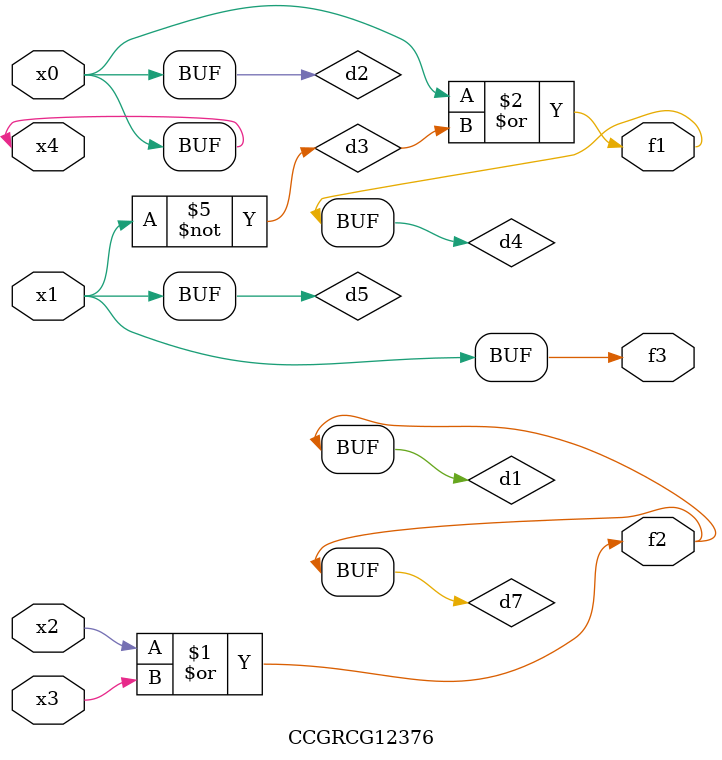
<source format=v>
module CCGRCG12376(
	input x0, x1, x2, x3, x4,
	output f1, f2, f3
);

	wire d1, d2, d3, d4, d5, d6, d7;

	or (d1, x2, x3);
	buf (d2, x0, x4);
	not (d3, x1);
	or (d4, d2, d3);
	not (d5, d3);
	nand (d6, d1, d3);
	or (d7, d1);
	assign f1 = d4;
	assign f2 = d7;
	assign f3 = d5;
endmodule

</source>
